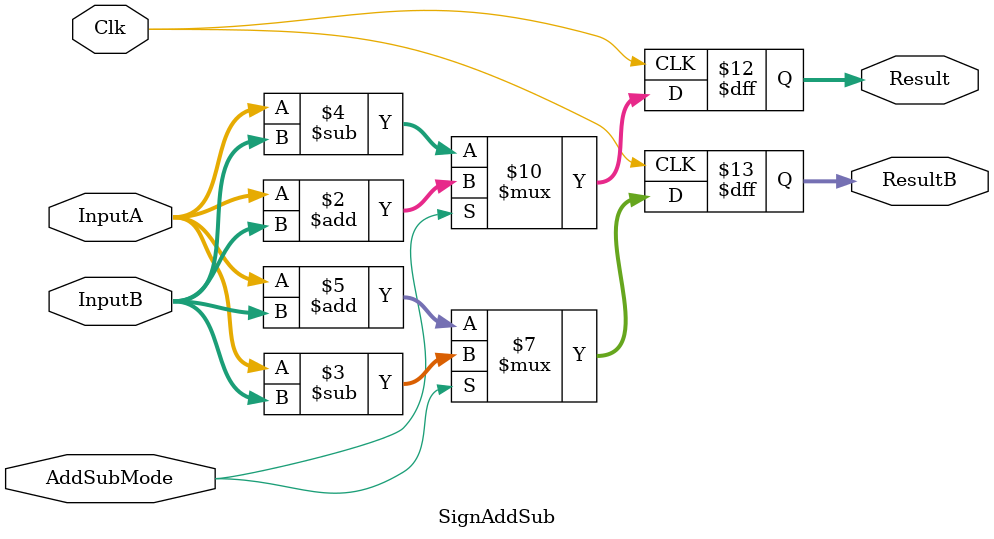
<source format=v>
`timescale 1ns / 1ps
`ifndef LIB_STYCZYNSKI_SIGN_ADD_SUB_V
`define LIB_STYCZYNSKI_SIGN_ADD_SUB_V

/*
 * Piotr Styczyński @styczynski
 * Verilog Components Library
 *
 * Adder/substractor for signed operations
 * 
 *
 * MIT License
 */
module SignAddSub
#(
	parameter INPUT_BIT_WIDTH = 8
)
(
    input Clk,
    input [INPUT_BIT_WIDTH-1:0] InputA,
	input [INPUT_BIT_WIDTH-1:0] InputB,
	input wire AddSubMode,
	output reg [INPUT_BIT_WIDTH-1:0] Result,
    output reg [INPUT_BIT_WIDTH-1:0] ResultB
);

    always @(posedge Clk)
	begin
		if(AddSubMode)
            begin
                Result <= InputA + InputB;
                ResultB <= InputA - InputB;
            end
		else
            begin
                Result <= InputA - InputB;
                ResultB <= InputA + InputB;
            end
	end

endmodule

`endif
</source>
